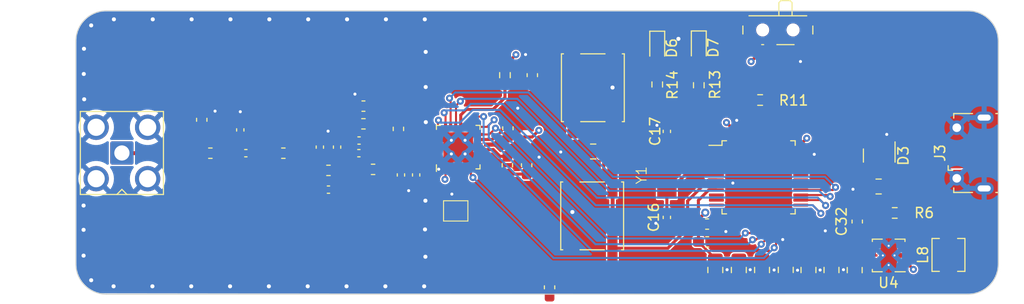
<source format=kicad_pcb>
(kicad_pcb (version 20221018) (generator pcbnew)
  (layers (0 "F.Cu" signal "F Sig") (1 "In1.Cu" power "GND") (2 "In2.Cu" power "3V3") (31 "B.Cu" signal "B Sig") (34 "B.Paste" user) (35 "F.Paste" user) (36 "B.SilkS" user "B.Silkscreen") (37 "F.SilkS" user "F.Silkscreen") (38 "B.Mask" user) (39 "F.Mask" user) (44 "Edge.Cuts" user))
  (net 0 "")
  (net 1 "GND")
  (net 2 "Net-(U1-NRESET)")
  (net 3 "Net-(U1-VREG)")
  (net 4 "+3V3")
  (net 5 "Net-(U1-VR_PA)")
  (net 6 "Net-(U1-RFO)")
  (net 7 "Net-(C10-Pad1)")
  (net 8 "/transceiver/RFI_N")
  (net 9 "/transceiver/RFI_P")
  (net 10 "Net-(C11-Pad2)")
  (net 11 "Net-(C13-Pad1)")
  (net 12 "Net-(C13-Pad2)")
  (net 13 "Net-(J1-In)")
  (net 14 "/OSC32_OUT")
  (net 15 "/OSC32_IN")
  (net 16 "/V_BUS")
  (net 17 "Net-(U4-EN)")
  (net 18 "/NRST")
  (net 19 "/USB_DP")
  (net 20 "/USB_DM")
  (net 21 "Net-(D6-A)")
  (net 22 "Net-(D7-A)")
  (net 23 "Net-(U1-DCC_SW)")
  (net 24 "Net-(U4-L2)")
  (net 25 "Net-(U4-L1)")
  (net 26 "/SW_BOOT0")
  (net 27 "/BOOT0")
  (net 28 "/LED_1")
  (net 29 "/LED_2")
  (net 30 "Net-(U1-XTA)")
  (net 31 "Net-(U1-XTB)")
  (net 32 "/DIO3_TRANS")
  (net 33 "/DIO2_TRANS")
  (net 34 "/DIO1_TRANS")
  (net 35 "/BUSY_TRANS")
  (net 36 "/SPI2_MISO_TRANS")
  (net 37 "/SPI2_MOSI_TRANS")
  (net 38 "/SPI2_SCK_TRANS")
  (net 39 "/SPI2_NSS_TRANS")
  (footprint "Capacitor_SMD:C_0603_1608Metric_Pad1.08x0.95mm_HandSolder" (layer "F.Cu") (at 157.28 101.83)
    (fp_text reference "C41" hide)
    (fp_text value "100nF" hide)
  )
  (footprint "Capacitor_SMD:C_0603_1608Metric_Pad1.08x0.95mm_HandSolder" (layer "F.Cu") (at 137.6175 90.60375 -90)
    (fp_text reference "C3" hide)
    (fp_text value "100nF" hide)
  )
  (footprint "Connector_Coaxial:SMA_Amphenol_901-143_Horizontal" (layer "F.Cu") (at 99.54 93.04625 90)
    (fp_text reference "J1" hide)
    (fp_text value "PCB.SMAFRA.HT" hide)
  )
  (footprint "Button_Switch_SMD:SW_SPST_EVQQ2" (layer "F.Cu") (at 146 86.6 90)
    (fp_text reference "SW4" hide)
    (fp_text value "SW_Push" hide)
  )
  (footprint "Inductor_SMD:L_0603_1608Metric_Pad1.05x0.95mm_HandSolder" (layer "F.Cu") (at 123.3675 90.16625 180)
    (fp_text reference "L4" hide)
    (fp_text value "DNP" hide)
  )
  (footprint "Package_QFP:LQFP-48_7x7mm_P0.5mm" (layer "F.Cu") (at 162.35 95.45)
    (fp_text reference "U6" hide)
    (fp_text value "STM32L052C8Tx" hide)
  )
  (footprint "LED_SMD:LED_0603_1608Metric_Pad1.05x0.95mm_HandSolder" (layer "F.Cu") (at 152.35 82.675 -90)
    (fp_text reference "D6")
    (fp_text value "LED" hide)
  )
  (footprint "Capacitor_SMD:C_0603_1608Metric_Pad1.08x0.95mm_HandSolder" (layer "F.Cu") (at 172.08 99.82 -90)
    (fp_text reference "C32")
    (fp_text value "0.1uF" hide)
  )
  (footprint "Capacitor_SMD:C_0805_2012Metric_Pad1.18x1.45mm_HandSolder" (layer "F.Cu") (at 174.19 96.36 180)
    (fp_text reference "C31" hide)
    (fp_text value "10uF" hide)
  )
  (footprint "Capacitor_SMD:C_0603_1608Metric_Pad1.08x0.95mm_HandSolder" (layer "F.Cu") (at 140.0275 85.35625 -90)
    (fp_text reference "C1" hide)
    (fp_text value "100nF" hide)
  )
  (footprint "Inductor_SMD:L_0603_1608Metric_Pad1.05x0.95mm_HandSolder" (layer "F.Cu") (at 126.8175 90.66625 -90)
    (fp_text reference "L3" hide)
    (fp_text value "9.5nH" hide)
  )
  (footprint "Capacitor_SMD:C_0402_1005Metric_Pad0.74x0.62mm_HandSolder" (layer "F.Cu") (at 122.9175 93.06625 180)
    (fp_text reference "C7" hide)
    (fp_text value "47pF" hide)
  )
  (footprint "Inductor_SMD:L_0603_1608Metric_Pad1.05x0.95mm_HandSolder" (layer "F.Cu") (at 115.4675 93.06625 180)
    (fp_text reference "L6" hide)
    (fp_text value "2.7nH" hide)
  )
  (footprint "Button_Switch_SMD:SW_SPDT_PCM12" (layer "F.Cu") (at 164.25 81.22 180)
    (fp_text reference "SW3" hide)
    (fp_text value "SW_SPDT" hide)
  )
  (footprint "Capacitor_SMD:C_0402_1005Metric_Pad0.74x0.62mm_HandSolder" (layer "F.Cu") (at 153.3 90.9125 90)
    (fp_text reference "C17")
    (fp_text value "4pF" hide)
  )
  (footprint "custom:NX2016SA-32M-EXS00A-CS06465" (layer "F.Cu") (at 132.47 98.77 180)
    (fp_text reference "Y3" hide)
    (fp_text value "NX2016SA-32M-EXS00A-CS06465" hide)
  )
  (footprint "Package_SON:Texas_DRC0010J_ThermalVias" (layer "F.Cu") (at 175.18 103.17 180)
    (fp_text reference "U4")
    (fp_text value "TPS63001" hide)
  )
  (footprint "Capacitor_SMD:C_0603_1608Metric_Pad1.08x0.95mm_HandSolder" (layer "F.Cu") (at 139.4675 94.25375 90)
    (fp_text reference "C2" hide)
    (fp_text value "470nF" hide)
  )
  (footprint "Capacitor_SMD:C_0402_1005Metric_Pad0.74x0.62mm_HandSolder" (layer "F.Cu") (at 119.0675 92.46625 90)
    (fp_text reference "C12" hide)
    (fp_text value "5.6pF" hide)
  )
  (footprint "Capacitor_SMD:C_0805_2012Metric_Pad1.18x1.45mm_HandSolder" (layer "F.Cu") (at 160.4 104.61 -90)
    (fp_text reference "C39" hide)
    (fp_text value "100nF" hide)
  )
  (footprint "Resistor_SMD:R_0603_1608Metric_Pad0.98x0.95mm_HandSolder" (layer "F.Cu") (at 137.3275 85.35625 -90)
    (fp_text reference "R1" hide)
    (fp_text value "1k" hide)
  )
  (footprint "Inductor_SMD:L_0603_1608Metric_Pad1.05x0.95mm_HandSolder" (layer "F.Cu") (at 119.9175 94.76625 180)
    (fp_text reference "L5" hide)
    (fp_text value "2.7nH" hide)
  )
  (footprint "LED_SMD:LED_0603_1608Metric_Pad1.05x0.95mm_HandSolder" (layer "F.Cu") (at 156.45 82.65 -90)
    (fp_text reference "D7")
    (fp_text value "LED" hide)
  )
  (footprint "Capacitor_SMD:C_0603_1608Metric_Pad1.08x0.95mm_HandSolder" (layer "F.Cu") (at 141.73 106.32 -90)
    (fp_text reference "C4" hide)
    (fp_text value "1uF" hide)
  )
  (footprint "Capacitor_SMD:C_0805_2012Metric_Pad1.18x1.45mm_HandSolder" (layer "F.Cu") (at 165.03 104.6 -90)
    (fp_text reference "C36" hide)
    (fp_text value "100nF" hide)
  )
  (footprint "Capacitor_SMD:C_0805_2012Metric_Pad1.18x1.45mm_HandSolder" (layer "F.Cu") (at 171.83 104.62 -90)
    (fp_text reference "C33" hide)
    (fp_text value "10uF" hide)
  )
  (footprint "Capacitor_SMD:C_0402_1005Metric_Pad0.74x0.62mm_HandSolder" (layer "F.Cu") (at 128.5675 95.21625 -90)
    (fp_text reference "C5" hide)
    (fp_text value "47nF" hide)
  )
  (footprint "Capacitor_SMD:C_0805_2012Metric_Pad1.18x1.45mm_HandSolder" (layer "F.Cu") (at 169.54 104.61 -90)
    (fp_text reference "C34" hide)
    (fp_text value "10uF" hide)
  )
  (footprint "Capacitor_SMD:C_0805_2012Metric_Pad1.18x1.45mm_HandSolder" (layer "F.Cu") (at 146.0325 92.9 180)
    (fp_text reference "C38" hide)
    (fp_text value "100nF" hide)
  )
  (footprint "Resistor_SMD:R_0603_1608Metric" (layer "F.Cu") (at 175.78 98.97 180)
    (fp_text reference "R6")
    (fp_text value "100" hide)
  )
  (footprint "Capacitor_SMD:C_0402_1005Metric_Pad0.74x0.62mm_HandSolder" (layer "F.Cu") (at 153.3 99.4125 -90)
    (fp_text reference "C16")
    (fp_text value "4pF" hide)
  )
  (footprint "Inductor_SMD:L_0603_1608Metric_Pad1.05x0.95mm_HandSolder" (layer "F.Cu") (at 124.3175 94.66625 180)
    (fp_text reference "L2" hide)
    (fp_text value "4.7nH" hide)
  )
  (footprint "Capacitor_SMD:C_0603_1608Metric_Pad1.08x0.95mm_HandSolder" (layer "F.Cu") (at 157.2725 100.07)
    (fp_text reference "C42" hide)
    (fp_text value "1uF" hide)
  )
  (footprint "Inductor_SMD:L_Vishay_IHLP-1212" (layer "F.Cu") (at 181.08 103.12 90)
    (fp_text reference "L8")
    (fp_text value "2.2uH" hide)
  )
  (footprint "Capacitor_SMD:C_0402_1005Metric_Pad0.74x0.62mm_HandSolder" (layer "F.Cu") (at 127.0675 95.21625 -90)
    (fp_text reference "C6" hide)
    (fp_text value "47pF" hide)
  )
  (footprint "custom:QT3CD-32.768KEZY-T" (layer "F.Cu") (at 153.3 95.2125 -90)
    (fp_text reference "Y1")
    (fp_text value "QT3CD-32.768KEZY-T" hide)
  )
  (footprint "Inductor_SMD:L_0603_1608Metric_Pad1.05x0.95mm_HandSolder" (layer "F.Cu") (at 108.2675 93.06625 180)
    (fp_text reference "L7" hide)
    (fp_text value "8.2nH" hide)
  )
  (footprint "Resistor_SMD:R_0603_1608Metric_Pad0.98x0.95mm_HandSolder" (layer "F.Cu") (at 152.35 86.275 90)
    (fp_text reference "R14")
    (fp_text value "1k" hide)
  )
  (footprint "Capacitor_SMD:C_0402_1005Metric_Pad0.74x0.62mm_HandSolder" (layer "F.Cu") (at 111.7675 93.06625 180)
    (fp_text reference "C13" hide)
    (fp_text value "47pF" hide)
  )
  (footprint "Connector_USB:USB_Micro-B_Molex-105017-0001" (layer "F.Cu") (at 183.3625 93.05 90)
    (fp_text reference "J3")
    (fp_text value "USB_B_Micro")
  )
  (footprint "Button_Switch_SMD:SW_SPST_EVQQ2" (layer "F.Cu") (at 145.93 99.26 90)
    (fp_text reference "SW2" hide)
    (fp_text value "SW_Push" hide)
  )
  (footprint "Capacitor_SMD:C_0603_1608Metric_Pad1.08x0.95mm_HandSolder" (layer "F.Cu") (at 123.3675 88.41625 180)
    (fp_text reference "C9" hide)
    (fp_text value "3.9pF" hide)
  )
  (footprint "Capacitor_SMD:C_0805_2012Metric_Pad1.18x1.45mm_HandSolder" (layer "F.Cu") (at 167.27 104.61 -90)
    (fp_text reference "C35" hide)
    (fp_text value "10uF" hide)
  )
  (footprint "Resistor_SMD:R_0603_1608Metric" (layer "F.Cu") (at 162.5 87.8125 180)
    (fp_text reference "R11")
    (fp_text value "10k" hide)
  )
  (footprint "Capacitor_SMD:C_0805_2012Metric_Pad1.18x1.45mm_HandSolder" (layer "F.Cu") (at 162.69 104.61 -90)
    (fp_text reference "C37" hide)
    (fp_text value "100nF" hide)
  )
  (footprint "Capacitor_SMD:C_0402_1005Metric_Pad0.74x0.62mm_HandSolder" (layer "F.Cu") (at 120.7675 92.46625 90)
    (fp_text reference "C10" hide)
    (fp_text value "DNP" hide)
  )
  (footprint "Capacitor_SMD:C_0402_1005Metric_Pad0.74x0.62mm_HandSolder" (layer "F.Cu") (at 119.9175 96.66625 180)
    (fp_text reference "C11" hide)
    (fp_text value "3pF" hide)
  )
  (footprint "Capacitor_SMD:C_0805_2012Metric_Pad1.18x1.45mm_HandSolder" (layer "F.Cu") (at 158.08 104.61 -90)
    (fp_text reference "C40" hide)
    (fp_text value "100nF" hide)
  )
  (footprint "Capacitor_SMD:C_0402_1005Metric_Pad0.74x0.62mm_HandSolder" (layer "F.Cu") (at 122.935 91.81625 180)
    (fp_text reference "C8" hide)
    (fp_text value "4pF" hide)
  )
  (footprint "Inductor_SMD:L_0603_1608Metric_Pad1.05x0.95mm_HandSolder" (layer "F.Cu") (at 137.5675 94.25375 90)
    (fp_text reference "L1" hide)
    (fp_text value "15nH" hide)
  )
  (footprint "Package_TO_SOT_SMD:SOT-143" (layer "F.Cu") (at 174.25 93.3 -90)
    (fp_text reference "D3")
    (fp_text value "PRTR5V0U2X" hide)
  )
  (footprint "Capacitor_SMD:C_0603_1608Metric_Pad1.08x0.95mm_HandSolder" (layer "F.Cu") (at 107.4175 89.76625 90)
    (fp_text reference "C15" hide)
    (fp_text value "3.3pF" hide)
  )
  (footprint "Resistor_SMD:R_0603_1608Metric_Pad0.98x0.95mm_HandSolder" (layer "F.Cu") (at 156.45 86.35 90)
    (fp_text reference "R13")
    (fp_text value "1k" hide)
  )
  (footprint "Capacitor_SMD:C_0402_1005Metric_Pad0.74x0.62mm_HandSolder" (layer "F.Cu") (at 111.2175 90.76625 90)
    (fp_text reference "C14" hide)
    (fp_text value "5.6pF" hide)
  )
  (footprint "custom:SX1262" (layer "F.Cu") (at 132.7175 92.46625 90)
    (fp_text reference "U1" hide)
    (fp_text value "SX1262" hide)
  )
  (gr_arc (start 183 79) (mid 185.12132 79.87868) (end 186 82) (stroke (width 0.1)) (layer "Edge.Cuts"))
  (gr_line (start 186 82) (end 186 104) (stroke (width 0.1)) (layer "Edge.Cuts"))
  (gr_arc (start 186 104) (mid 185.12132 106.12132) (end 183 107) (stroke (width 0.1)) (layer "Edge.Cuts"))
  (gr_line (start 183 107) (end 98 107) (stroke (width 0.1)) (layer "Edge.Cuts"))
  (gr_line (start 98 79) (end 183 79) (stroke (width 0.1)) (layer "Edge.Cuts"))
  (gr_arc (start 98 107) (mid 95.87868 106.12132) (end 95 104) (stroke (width 0.1)) (layer "Edge.Cuts"))
  (gr_line (start 95 104) (end 95 82) (stroke (width 0.1)) (layer "Edge.Cuts"))
  (gr_arc (start 95 82) (mid 95.87868 79.87868) (end 98 79) (stroke (width 0.1)) (layer "Edge.Cuts"))
  (segment (start 130.7175 91.71625) (end 131.9675 91.71625) (width 0.2) (layer "F.Cu") (net 1))
  (segment (start 122.505 87.255) (end 122.53 87.23) (width 0.3) (layer "F.Cu") (net 1))
  (segment (start 119.88 91.01125) (end 120.7675 91.89875) (width 0.3) (layer "F.Cu") (net 1))
  (segment (start 174.105 103.67) (end 174.605 103.17) (width 0.2) (layer "F.Cu") (net 1))
  (segment (start 119.88 90.89) (end 119.88 91.08625) (width 0.3) (layer "F.Cu") (net 1))
  (segment (start 173.78 103.67) (end 174.105 103.67) (width 0.2) (layer "F.Cu") (net 1))
  (segment (start 111.2175 90.19875) (end 111.2175 88.9725) (width 0.3) (layer "F.Cu") (net 1))
  (segment (start 131.9675 91.71625) (end 132.0425 91.79125) (width 0.2) (layer "F.Cu") (net 1))
  (segment (start 127.83 96.52125) (end 128.5675 95.78375) (width 0.3) (layer "F.Cu") (net 1))
  (segment (start 127.83 96.77) (end 127.83 96.54625) (width 0.3) (layer "F.Cu") (net 1))
  (segment (start 111.2175 88.9725) (end 111.22 88.97) (width 0.3) (layer "F.Cu") (net 1))
  (segment (start 107.4175 88.90375) (end 108.72375 88.90375) (width 0.3) (layer "F.Cu") (net 1))
  (segment (start 176.58 103.17) (end 175.755 103.17) (width 0.2) (layer "F.Cu") (net 1))
  (segment (start 127.83 96.54625) (end 127.0675 95.78375) (width 0.3) (layer "F.Cu") (net 1))
  (segment (start 108.72375 88.90375) (end 108.73 88.91) (width 0.3) (layer "F.Cu") (net 1))
  (segment (start 127.83 96.77) (end 127.83 96.52125) (width 0.3) (layer "F.Cu") (net 1))
  (segment (start 122.505 88.41625) (end 122.505 87.255) (width 0.3) (layer "F.Cu") (net 1))
  (segment (start 119.88 91.08625) (end 119.0675 91.89875) (width 0.3) (layer "F.Cu") (net 1))
  (segment (start 119.88 90.89) (end 119.88 91.01125) (width 0.3) (layer "F.Cu") (net 1))
  (via (at 125.53 106.22) (size 0.8) (drill 0.4) (layers "F.Cu" "B.Cu") (net 1))
  (via (at 106.38 106.22) (size 0.8) (drill 0.4) (layers "F.Cu" "B.Cu") (net 1))
  (via (at 174.99 91.21) (size 0.7) (drill 0.3) (layers "F.Cu" "B.Cu") (net 1))
  (via (at 129.44 100.6) (size 0.8) (drill 0.4) (layers "F.Cu" "B.Cu") (net 1))
  (via (at 127.83 96.77) (size 0.7) (drill 0.3) (layers "F.Cu" "B.Cu") (net 1))
  (via (at 110.21 106.22) (size 0.8) (drill 0.4) (layers "F.Cu" "B.Cu") (net 1))
  (via (at 117.87 106.22) (size 0.8) (drill 0.4) (layers "F.Cu" "B.Cu") (net 1))
  (via (at 129.52 90) (size 0.8) (drill 0.4) (layers "F.Cu" "B.Cu") (net 1))
  (via (at 166.48 84.01) (size 0.7) (drill 0.3) (layers "F.Cu" "B.Cu") (net 1))
  (via (at 160.19 89.82) (size 0.7) (drill 0.3) (layers "F.Cu" "B.Cu") (net 1))
  (via (at 147.94 86.58) (size 0.8) (drill 0.4) (layers "F.Cu" "B.Cu") (net 1))
  (via (at 122.53 87.23) (size 0.7) (drill 0.3) (layers "F.Cu" "B.Cu") (net 1))
  (via (at 129.48 97.76) (size 0.8) (drill 0.4) (layers "F.Cu" "B.Cu") (net 1))
  (via (at 98.72 106.22) (size 0.8) (drill 0.4) (layers "F.Cu" "B.Cu") (net 1))
  (via (at 121.7525 79.84) (size 0.8) (drill 0.4) (layers "F.Cu" "B.Cu") (net 1))
  (via (at 129.48 103.3) (size 0.8) (drill 0.4) (layers "F.Cu" "B.Cu") (net 1))
  (via (at 130.793933 94.65) (size 0.7) (drill 0.3) (layers "F.Cu" "B.Cu") (net 1))
  (via (at 161.52 104.58) (size 0.7) (drill 0.3) (layers "F.Cu" "B.Cu") (net 1))
  (via (at 95.8 82.75) (size 0.8) (drill 0.4) (layers "F.Cu" "B.Cu") (net 1))
  (via (at 96.51 105.62) (size 0.8) (drill 0.4) (layers "F.Cu" "B.Cu") (net 1))
  (via (at 121.7 106.22) (size 0.8) (drill 0.4) (layers "F.Cu" "B.Cu") (net 1))
  (via (at 119.88 90.89) (size 0.7) (drill 0.3) (layers "F.Cu" "B.Cu") (net 1))
  (via (at 154.44 81.77) (size 0.8) (drill 0.4) (layers "F.Cu" "B.Cu") (net 1))
  (via (at 171.66 96.63) (size 0.7) (drill 0.3) (layers "F.Cu" "B.Cu") (net 1))
  (via (at 129.51 83.06) (size 0.8) (drill 0.4) (layers "F.Cu" "B.Cu") (net 1))
  (via (at 102.55 106.22) (size 0.8) (drill 0.4) (layers "F.Cu" "B.Cu") (net 1))
  (via (at 106.4175 79.84) (size 0.8) (drill 0.4) (layers "F.Cu" "B.Cu") (net 1))
  (via (at 125.58625 79.84) (size 0.8) (drill 0.4) (layers "F.Cu" "B.Cu") (net 1))
  (via (at 164.73 101.6) (size 0.7) (drill 0.3) (layers "F.Cu" "B.Cu") (net 1))
  (via (at 143.98 98.88) (size 0.8) (drill 0.4) (layers "F.Cu" "B.Cu") (net 1))
  (via (at 95.82 87.74) (size 0.8) (drill 0.4) (layers "F.Cu" "B.Cu") (net 1))
  (via (at 159.12 100.81) (size 0.7) (drill 0.3) (layers "F.Cu" "B.Cu") (net 1))
  (via (at 117.91875 79.84) (size 0.8) (drill 0.4) (layers "F.Cu" "B.Cu") (net 1))
  (via (at 110.25125 79.84) (size 0.8) (drill 0.4) (layers "F.Cu" "B.Cu") (net 1))
  (via (at 132.09 97.11) (size 0.7) (drill 0.3) (layers "F.Cu" "B.Cu") (net 1))
  (via (at 152.32 90.31) (size 0.7) (drill 0.3) (layers "F.Cu" "B.Cu") (net 1))
  (via (at 129.51 86.53) (size 0.8) (drill 0.4) (layers "F.Cu" "B.Cu") (net 1))
  (via (at 168.42 104.61) (size 0.7) (drill 0.3) (layers "F.Cu" "B.Cu") (net 1))
  (via (at 140.69316 93.45684) (size 0.7) (drill 0.3) (layers "F.Cu" "B.Cu") (net 1))
  (via (at 138.59 88.62) (size 0.7) (drill 0.3) (layers "F.Cu" "B.Cu") (net 1))
  (via (at 159.24 104.58) (size 0.7) (drill 0.3) (layers "F.Cu" "B.Cu") (net 1))
  (via (at 129.36 106.22) (size 0.8) (drill 0.4) (layers "F.Cu" "B.Cu") (net 1))
  (via (at 129.42 79.84) (size 0.8) (drill 0.4) (layers "F.Cu" "B.Cu") (net 1))
  (via (at 108.73 88.91) (size 0.7) (drill 0.3) (layers "F.Cu" "B.Cu") (net 1))
  (via (at 142.83 92.95) (size 0.7) (drill 0.3) (layers "F.Cu" "B.Cu") (net 1))
  (via (at 95.76 103.19) (size 0.8) (drill 0.4) (layers "F.Cu" "B.Cu") (net 1))
  (via (at 159.81 96.02) (size 0.7) (drill 0.3) (layers "F.Cu" "B.Cu") (net 1))
  (via (at 167.84 93.18) (size 0.7) (drill 0.3) (layers "F.Cu" "B.Cu") (net 1))
  (via (at 95.76 100.64) (size 0.8) (drill 0.4) (layers "F.Cu" "B.Cu") (net 1))
  (via (at 152.21 99.99) (size 0.7) (drill 0.3) (layers "F.Cu" "B.Cu") (net 1))
  (via (at 114.085 79.84) (size 0.8) (drill 0.4) (layers "F.Cu" "B.Cu") (net 1))
  (via (at 102.58375 79.84) (size 0.8) (drill 0.4) (layers "F.Cu" "B.Cu") (net 1))
  (via (at 111.22 88.97) (size 0.7) (drill 0.3) (layers "F.Cu" "B.Cu") (net 1))
  (via (at 170.72 104.58) (size 0.7) (drill 0.3) (layers "F.Cu" "B.Cu") (net 1))
  (via (at 98.75 79.84) (size 0.8) (drill 0.4) (layers "F.Cu" "B.Cu") (net 1))
  (via (at 114.04 106.22) (size 0.8) (drill 0.4) (layers "F.Cu" "B.Cu") (net 1))
  (via (at 95.76 98.24) (size 0.8) (drill 0.4) (layers "F.Cu" "B.Cu") (net 1))
  (via (at 168.93 100.74) (size 0.7) (drill 0.3) (layers "F.Cu" "B.Cu") (net 1))
  (via (at 163.88 104.61) (size 0.7) (drill 0.3) (layers "F.Cu" "B.Cu") (net 1))
  (via (at 96.51 80.44) (size 0.8) (drill 0.4) (layers "F.Cu" "B.Cu") (net 1))
  (via (at 166.19 104.63) (size 0.7) (drill 0.3) (layers "F.Cu" "B.Cu") (net 1))
  (via (at 139.36 83.32) (size 0.7) (drill 0.3) (layers "F.Cu" "B.Cu") (net 1))
  (via (at 95.78 85.24) (size 0.8) (drill 0.4) (layers "F.Cu" "B.Cu") (net 1))
  (segment (start 136.16 88.74) (end 133.52 88.74) (width 0.3) (layer "F.Cu") (net 2))
  (segment (start 144 90) (end 144 83.2) (width 0.381242) (layer "F.Cu") (net 2))
  (segment (start 137.3275 86.26875) (end 139.9775 86.26875) (width 0.3) (layer "F.Cu") (net 2))
  (segment (start 143.66875 82.86875) (end 144 83.2) (width 0.3) (layer "F.Cu") (net 2))
  (segment (start 132.9675 89.2925) (end 132.9675 90.46625) (width 0.3) (layer "F.Cu") (net 2))
  (segment (start 137.3275 86.26875) (end 137.3275 87.5725) (width 0.3) (layer "F.Cu") (net 2))
  (segment (start 137.3275 87.5725) (end 136.16 88.74) (width 0.3) (layer "F.Cu") (net 2))
  (segment (start 133.52 88.74) (end 132.9675 89.2925) (width 0.3) (layer "F.Cu") (net 2))
  (segment (start 140.98125 86.21875) (end 144 83.2) (width 0.3) (layer "F.Cu") (net 2))
  (segment (start 139.9775 86.26875) (end 140.0275 86.21875) (width 0.3) (layer "F.Cu") (net 2))
  (segment (start 140.0275 86.21875) (end 140.98125 86.21875) (width 0.3) (layer "F.Cu") (net 2))
  (segment (start 135.5375 93.71625) (end 136.95 95.12875) (width 0.3) (layer "F.Cu") (net 3))
  (segment (start 136.95 95.12875) (end 137.5675 95.12875) (width 0.3) (layer "F.Cu") (net 3))
  (segment (start 134.7175 93.71625) (end 135.5375 93.71625) (width 0.3) (layer "F.Cu") (net 3))
  (segment (start 137.5675 95.12875) (end 139.455 95.12875) (width 0.3) (layer "F.Cu") (net 3))
  (segment (start 176.58 104.17) (end 177.24 104.17) (width 0.3) (layer "F.Cu") (net 4))
  (segment (start 139.4675 91.46625) (end 137.6175 91.46625) (width 0.3) (layer "F.Cu") (net 4))
  (segment (start 156.4175 100.0775) (end 156.4175 101.83) (width 0.3) (layer "F.Cu") (net 4))
  (segment (start 134.7175 92.21625) (end 134.7175 91.71625) (width 0.3) (layer "F.Cu") (net 4))
  (segment (start 140.01375 91.46625) (end 140.67 90.81) (width 0.3) (layer "F.Cu") (net 4))
  (segment (start 139.4675 91.46625) (end 140.01375 91.46625) (width 0.3) (layer "F.Cu") (net 4))
  (segment (start 158.09 103.5625) (end 158.08 103.5725) (width 0.25) (layer "F.Cu") (net 4))
  (segment (start 165.03 103.5625) (end 171.81 103.5625) (width 0.25) (layer "F.Cu") (net 4))
  (segment (start 131.41 95.65) (end 131.4675 95.5925) (width 0.2) (layer "F.Cu") (net 4))
  (segment (start 159.6 90.46) (end 159.18 90.04) (width 0.3) (layer "F.Cu") (net 4))
  (segment (start 173.78 104.17) (end 172.4175 104.17) (width 0.25) (layer "F.Cu") (net 4))
  (segment (start 137.3275 84.4125) (end 137.3275 84.44375) (width 0.3) (layer "F.Cu") (net 4))
  (segment (start 166.5125 92.1775) (end 167.1 91.59) (width 0.3) (layer "F.Cu") (net 4))
  (segment (start 157.43381 96.7) (end 156.41 97.72381) (width 0.3) (layer "F.Cu") (net 4))
  (segment (start 172.4175 104.17) (end 171.83 103.5825) (width 0.25) (layer "F.Cu") (net 4))
  (segment (start 158.1875 92.7) (end 159.6 91.2875) (width 0.3) (layer "F.Cu") (net 4))
  (segment (start 156.41 100.07) (end 156.41 99.62) (width 0.3) (layer "F.Cu") (net 4))
  (segment (start 159.6 91.2875) (end 159.6 90.46) (width 0.3) (layer "F.Cu") (net 4))
  (segment (start 165.48 103.1125) (end 165.03 103.5625) (width 0.25) (layer "F.Cu") (net 4))
  (segment (start 171.81 103.5625) (end 171.83 103.5825) (width 0.25) (layer "F.Cu") (net 4))
  (segment (start 158.08 103.4925) (end 156.4175 101.83) (width 0.25) (layer "F.Cu") (net 4))
  (segment (start 166.5125 92.7) (end 166.5125 92.1775) (width 0.3) (layer "F.Cu") (net 4))
  (segment (start 131.4675 95.5925) (end 131.4675 94.46625) (width 0.2) (layer "F.Cu") (net 4))
  (segment (start 137.6175 91.46625) (end 136.3175 91.46625) (width 0.3) (layer "F.Cu") (net 4))
  (segment (start 177.24 104.17) (end 177.62 104.55) (width 0.3) (layer "F.Cu") (net 4))
  (segment (start 138.41 83.33) (end 137.3275 84.4125) (width 0.3) (layer "F.Cu") (net 4))
  (segment (start 156.41 100.07) (end 156.4175 100.0775) (width 0.3) (layer "F.Cu") (net 4))
  (segment (start 165.1 99.6125) (end 165.48 99.9925) (width 0.25) (layer "F.Cu") (net 4))
  (segment (start 165.03 103.5625) (end 158.09 103.5625) (width 0.25) (layer "F.Cu") (net 4))
  (segment (start 158.1875 96.7) (end 157.43381 96.7) (width 0.3) (layer "F.Cu") (net 4))
  (segment (start 162 83.62) (end 161.61 84.01) (width 0.3) (layer "F.Cu") (net 4))
  (segment (start 162 82.65) (end 162 83.62) (width 0.3) (layer "F.Cu") (net 4))
  (segment (start 136.3175 91.46625) (end 136.0675 91.71625) (width 0.3) (layer "F.Cu") (net 4))
  (segment (start 136.0675 91.71625) (end 134.7175 91.71625) (width 0.3) (layer "F.Cu") (net 4))
  (segment (start 165.48 99.9925) (end 165.48 103.1125) (width 0.25) (layer "F.Cu") (net 4))
  (segment (start 156.41 99.62) (end 157.09 98.94) (width 0.3) (layer "F.Cu") (net 4))
  (segment (start 158.08 103.5725) (end 158.08 103.4925) (width 0.25) (layer "F.Cu") (net 4))
  (segment (start 156.41 97.72381) (end 156.41 100.07) (width 0.3) (layer "F.Cu") (net 4))
  (via (at 167.1 91.59) (size 0.7) (drill 0.3) (layers "F.Cu" "B.Cu") (net 4))
  (via (at 161.61 84.01) (size 0.7) (drill 0.3) (layers "F.Cu" "B.Cu") (net 4))
  (via (at 131.41 95.65) (size 0.7) (drill 0.3) (layers "F.Cu" "B.Cu") (net 4))
  (via (at 177.62 104.55) (size 0.7) (drill 0.3) (layers "F.Cu" "B.Cu") (net 4))
  (via (at 138.41 83.33) (size 0.7) (drill 0.3) (layers "F.Cu" "B.Cu") (net 4))
  (via (at 140.67 90.81) (size 0.7) (drill 0.3) (layers "F.Cu" "B.Cu") (net 4))
  (via (at 157.09 98.94) (size 0.8) (drill 0.4) (layers "F.Cu" "B.Cu") (net 4))
  (via (at 159.18 90.04) (size 0.7) (drill 0.3) (layers "F.Cu" "B.Cu") (net 4))
  (segment (start 128.5675 94.64875) (end 127.0675 94.64875) (width 0.381242) (layer "F.Cu") (net 5))
  (segment (start 125.21 94.64875) (end 125.1925 94.66625) (width 0.381242) (layer "F.Cu") (net 5))
  (segment (start 127.0675 94.64875) (end 125.21 94.64875) (width 0.381242) (layer "F.Cu") (net 5))
  (segment (start 129.785 94.64875) (end 128.5675 94.64875) (width 0.3) (layer "F.Cu") (net 5))
  (segment (start 130.7175 93.71625) (end 129.785 94.64875) (width 0.3) (layer "F.Cu") (net 5))
  (segment (start 123.4425 93.10875) (end 123.485 93.06625) (width 0.381242) (layer "F.Cu") (net 6))
  (segment (start 130.7175 93.21625) (end 123.635 93.21625) (width 0.381242) (layer "F.Cu") (net 6))
  (segment (start 123.635 93.21625) (end 123.485 93.06625) (width 0.381242) (layer "F.Cu") (net 6))
  (segment (start 123.4425 94.66625) (end 123.4425 93.10875) (width 0.381242) (layer "F.Cu") (net 6))
  (segment (start 122.4925 90.16625) (end 122.4925 91.69125) (width 0.381242) (layer "F.Cu") (net 7))
  (segment (start 122.35 91.83375) (end 122.3675 91.81625) (width 0.381242) (layer "F.Cu") (net 7))
  (segment (start 120.7925 93.05875) (end 120.7675 93.03375) (width 0.381242) (layer "F.Cu") (net 7))
  (segment (start 122.4925 91.69125) (end 122.3675 91.81625) (width 0.381242) (layer "F.Cu") (net 7))
  (segment (start 120.7925 94.76625) (end 120.7925 93.05875) (width 0.381242) (layer "F.Cu") (net 7))
  (segment (start 120.485 95.07375) (end 120.7925 94.76625) (width 0.381242) (layer "F.Cu") (net 7))
  (segment (start 120.485 96.66625) (end 120.485 95.07375) (width 0.381242) (layer "F.Cu") (net 7))
  (segment (start 122.35 93.06625) (end 120.8 93.06625) (width 0.381242) (layer "F.Cu") (net 7))
  (segment (start 122.35 93.06625) (end 122.35 91.83375) (width 0.381242) (layer "F.Cu") (net 7))
  (segment (start 120.8 93.06625) (end 120.7675 93.03375) (width 0.381242) (layer "F.Cu") (net 7))
  (segment (start 129.176814 92.71625) (end 128.001814 91.54125) (width 0.3) (layer "F.Cu") (net 8))
  (segment (start 123.5025 91.81625) (end 126.5425 91.81625) (width 0.381242) (layer "F.Cu") (net 8))
  (segment (start 126.5425 91.81625) (end 126.8175 91.54125) (width 0.381242) (layer "F.Cu") (net 8))
  (segment (start 128.001814 91.54125) (end 126.8175 91.54125) (width 0.3) (layer "F.Cu") (net 8))
  (segment (start 130.7175 92.71625) (end 129.176814 92.71625) (width 0.3) (layer "F.Cu") (net 8))
  (segment (start 124.2425 90.16625) (end 124.2425 88.42875) (width 0.381242) (layer "F.Cu") (net 9))
  (segment (start 124.2425 90.16625) (end 126.4425 90.16625) (width 0.381242) (layer "F.Cu") (net 9))
  (segment (start 130.7175 92.21625) (end 130.117499 92.21625) (width 0.3) (layer "F.Cu") (net 9))
  (segment (start 124.2425 88.42875) (end 124.23 88.41625) (width 0.381242) (layer "F.Cu") (net 9))
  (segment (start 128.981249 91.08) (end 128.10625 91.08) (width 0.3) (layer "F.Cu") (net 9))
  (segment (start 126.4425 90.16625) (end 126.8175 89.79125) (width 0.381242) (layer "F.Cu") (net 9))
  (segment (start 128.10625 91.08) (end 126.8175 89.79125) (width 0.3) (layer "F.Cu") (net 9))
  (segment (start 130.117499 92.21625) (end 128.981249 91.08) (width 0.3) (layer "F.Cu") (net 9))
  (segment (start 119.0425 94.76625) (end 119.0425 93.05875) (width 0.381242) (layer "F.Cu") (net 10))
  (segment (start 119.0425 93.05875) (end 119.0675 93.03375) (width 0.381242) (layer "F.Cu") (net 10))
  (segment (start 116.375 93.03375) (end 116.3425 93.06625) (width 0.381242) (layer "F.Cu") (net 10))
  (segment (start 119.35 95.07375) (end 119.0425 94.76625) (width 0.381242) (layer "F.Cu") (net 10))
  (segment (start 119.35 96.66625) (end 119.35 95.07375) (width 0.381242) (layer "F.Cu") (net 10))
  (segment (start 119.0675 93.03375) (end 116.375 93.03375) (width 0.381242) (layer "F.Cu") (net 10))
  (segment (start 114.5925 93.06625) (end 112.335 93.06625) (width 0.381242) (layer "F.Cu") (net 11))
  (segment (start 111.2 91.35125) (end 111.2175 91.33375) (width 0.381242) (layer "F.Cu") (net 12))
  (segment (start 111.2 93.06625) (end 111.2 91.35125) (width 0.381242) (layer "F.Cu") (net 12))
  (segment (start 111.2 93.06625) (end 109.1425 93.06625) (width 0.381242) (layer "F.Cu") (net 12))
  (segment (start 99.56 93.06625) (end 99.54 93.04625) (width 0.381242) (layer "F.Cu") (net 13))
  (segment (start 107.3925 93.06625) (end 99.56 93.06625) (width 0.381242) (layer "F.Cu") (net 13))
  (segment (start 107.3925 93.06625) (end 107.3925 90.65375) (width 0.381242) (layer "F.Cu") (net 13))
  (segment (start 107.3925 90.65375) (end 107.4175 90.62875) (width 0.381242) (layer "F.Cu") (net 13))
  (segment (start 100.3575 93.06625) (end 100.3375 93.04625) (width 0.381242) (layer "F.Cu") (net 13))
  (segment (start 153.3 97.0125) (end 155.1125 95.2) (width 0.3) (layer "F.Cu") (net 14))
  (segment (start 153.3 98.845) (end 153.3 97.0125) (width 0.3) (layer "F.Cu") (net 14))
  (segment (start 155.1125 95.2) (end 158.1875 95.2) (width 0.3) (layer "F.Cu") (net 14))
  (segment (start 154.5875 94.7) (end 153.3 93.4125) (width 0.3) (layer "F.Cu") (net 15))
  (segment (start 158.1875 94.7) (end 154.5875 94.7) (width 0.3) (layer "F.Cu") (net 15))
  (segment (start 153.3 93.4125) (end 153.3 91.48) (width 0.3) (layer "F.Cu") (net 15))
  (segment (start 175.2275 96.36) (end 175.2275 95.94) (width 0.25) (layer "F.Cu") (net 16))
  (segment (start 175.2275 95.94) (end 175.2 95.9125) (width 0.25) (layer "F.Cu") (net 16))
  (segment (start 175.265 94.365) (end 182.25 94.365) (width 0.4) (layer "F.Cu") (net 16))
  (segment (start 176.6425 98.9325) (end 176.605 98.97) (width 0.5) (layer "F.Cu") (net 16))
  (segment (start 175.2 94.3) (end 175.265 94.365) (width 0.5) (layer "F.Cu") (net 16))
  (segment (start 176.605 97.7375) (end 175.2275 96.36) (width 0.4) (layer "F.Cu") (net 16))
  (segment (start 175.2 94.3) (end 175.2 95.9125) (width 0.4) (layer "F.Cu") (net 16))
  (segment (start 176.605 98.97) (end 176.605 97.7375) (width 0.4) (layer "F.Cu") (net 16))
  (segment (start 176.605 98.97) (end 176.605 102.135) (width 0.4) (layer "F.Cu") (net 16))
  (segment (start 174.955 99.545) (end 174.1925 100.3075) (width 0.3) (layer "F.Cu") (net 17))
  (segment (start 173.78 103.17) (end 173.78 102.17) (width 0.3) (layer "F.Cu") (net 17))
  (segment (start 173.78 100.72) (end 174.1925 100.3075) (width 0.3) (layer "F.Cu") (net 17))
  (segment (start 172.0925 98.97) (end 172.08 98.9575) (width 0.3) (layer "F.Cu") (net 17))
  (segment (start 173.78 102.17) (end 173.78 100.72) (width 0.3) (layer "F.Cu") (net 17))
  (segment (start 174.955 98.97) (end 172.0925 98.97) (width 0.3) (layer "F.Cu") (net 17))
  (segment (start 174.955 98.97) (end 174.955 99.545) (width 0.3) (layer "F.Cu") (net 17))
  (segment (start 147.07 94.77) (end 147.95 95.65) (width 0.3) (layer "F.Cu") (net 18))
  (segment (start 155.35 97.78381) (end 155.35 100.5) (width 0.3) (layer "F.Cu") (net 18))
  (segment (start 147.95 95.65) (end 147.95 102.45) (width 0.381242) (layer "F.Cu") (net 18))
  (segment (start 153.4 102.45) (end 153.7 102.15) (width 0.3) (layer "F.Cu") (net 18))
  (segment (start 158.1875 95.7) (end 157.43381 95.7) (width 0.3) (layer "F.Cu") (net 18))
  (segment (start 157.43381 95.7) (end 155.35 97.78381) (width 0.3) (layer "F.Cu") (net 18))
  (segment (start 147.95 102.45) (end 153.4 102.45) (width 0.3) (layer "F.Cu") (net 18))
  (segment (start 155.35 100.5) (end 153.7 102.15) (width 0.3) (layer "F.Cu") (net 18))
  (segment (start 147.07 92.9) (end 147.07 94.77) (width 0.3) (layer "F.Cu") (net 18))
  (segment (start 173.3 92.3) (end 171.4 94.2) (width 0.25) (layer "F.Cu") (net 19))
  (segment (start 174.05 93.05) (end 182.25 93.05) (width 0.25) (layer "F.Cu") (net 19))
  (segment (start 171.4 94.2) (end 166.5125 94.2) (width 0.25) (layer "F.Cu") (net 19))
  (segment (start 173.3 92.3) (end 174.05 93.05) (width 0.25) (layer "F.Cu") (net 19))
  (segment (start 166.5125 94.7) (end 172.9 94.7) (width 0.25) (layer "F.Cu") (net 20))
  (segment (start 182.25 93.7) (end 182.235 93.685) (width 0.25) (layer "F.Cu") (net 20))
  (segment (start 173.915 93.685) (end 173.3 94.3) (width 0.25) (layer "F.Cu") (net 20))
  (segment (start 182.235 93.685) (end 173.915 93.685) (width 0.25) (layer "F.Cu") (net 20))
  (segment (start 172.9 94.7) (end 173.3 94.3) (width 0.25) (layer "F.Cu") (net 20))
  (segment (start 152.35 85.3625) (end 152.35 83.55) (width 0.3) (layer "F.Cu") (net 21))
  (segment (start 156.45 85.4375) (end 156.45 83.525) (width 0.3) (layer "F.Cu") (net 22))
  (segment (start 137.5675 93.37875) (end 136.85 93.37875) (width 0.3) (layer "F.Cu") (net 23))
  (segment (start 136.85 93.37875) (end 136.1775 92.70625) (width 0.3) (layer "F.Cu") (net 23))
  (segment (start 136.1775 92.70625) (end 136.1675 92.71625) (width 0.3) (layer "F.Cu") (net 23))
  (segment (start 136.1675 92.71625) (end 134.7175 92.71625) (width 0.3) (layer "F.Cu") (net 23))
  (segment (start 176.58 103.67) (end 180.28 103.67) (width 0.3) (layer "F.Cu") (net 24))
  (segment (start 180.28 103.67) (end 181.08 104.47) (width 0.3) (layer "F.Cu") (net 24))
  (segment (start 176.58 102.67) (end 180.18 102.67) (width 0.3) (layer "F.Cu") (net 25))
  (segment (start 180.18 102.67) (end 181.08 101.77) (width 0.3) (layer "F.Cu") (net 25))
  (segment (start 163.325 87.8125) (end 163.325 82.825) (width 0.3) (layer "F.Cu") (net 26))
  (segment (start 163.325 82.825) (end 163.5 82.65) (width 0.3) (layer "F.Cu") (net 26))
  (segment (start 161.6 87.8875) (end 161.675 87.8125) (width 0.3) (layer "F.Cu") (net 27))
  (segment (start 161.6 91.2875) (end 161.6 87.8875) (width 0.3) (layer "F.Cu") (net 27))
  (segment (start 156.45 92.21619) (end 157.43381 93.2) (width 0.3) (layer "F.Cu") (net 28))
  (segment (start 157.43381 93.2) (end 158.1875 93.2) (width 0.3) (layer "F.Cu") (net 28))
  (segment (start 156.45 87.2625) (end 156.45 92.21619) (width 0.3) (layer "F.Cu") (net 28))
  (segment (start 157.311556 93.7) (end 154.6 90.988444) (width 0.3) (layer "F.Cu") (net 29))
  (segment (start 158.1875 93.7) (end 157.311556 93.7) (width 0.3) (layer "F.Cu") (net 29))
  (segment (start 154.6 89.4375) (end 152.35 87.1875) (width 0.3) (layer "F.Cu") (net 29))
  (segment (start 154.6 90.988444) (end 154.6 89.4375) (width 0.3) (layer "F.Cu") (net 29))
  (segment (start 131.12 99.295) (end 131.795 99.295) (width 0.25) (layer "F.Cu") (net 30))
  (segment (start 130.89 99.065) (end 131.12 99.295) (width 0.25) (layer "F.Cu") (net 30))
  (segment (start 130.89 97.21) (end 130.89 99.065) (width 0.25) (layer "F.Cu") (net 30))
  (segment (start 132.4675 94.46625) (end 132.4675 95.6325) (width 0.25) (layer "F.Cu") (net 30))
  (segment (start 132.4675 95.6325) (end 130.89 97.21) (width 0.25) (layer "F.Cu") (net 30))
  (segment (start 133.145 98.245) (end 133.145 95.855) (width 0.25) (layer "F.Cu") (net 31))
  (segment (start 132.9675 95.6775) (end 132.9675 94.46625) (width 0.25) (layer "F.Cu") (net 31))
  (segment (start 133.145 95.855) (end 132.9675 95.6775) (width 0.25) (layer "F.Cu") (net 31))
  (segment (start 164.0705 99.642) (end 164.1 99.6125) (width 0.2) (layer "F.Cu") (net 32))
  (segment (start 133.9675 94.46625) (end 133.9675 95.2675) (width 0.2) (layer "F.Cu") (net 32))
  (segment (start 164.0705 102.2295) (end 164.0705 99.642) (width 0.2) (layer "F.Cu") (net 32))
  (segment (start 163.89 102.41) (end 164.0705 102.2295) (width 0.2) (layer "F.Cu") (net 32))
  (segment (start 133.9675 95.2675) (end 134.17 95.47) (width 0.2) (layer "F.Cu") (net 32))
  (via (at 163.89 102.41) (size 0.7) (drill 0.3) (layers "F.Cu" "B.Cu") (net 32))
  (via (at 134.17 95.47) (size 0.7) (drill 0.3) (layers "F.Cu" "B.Cu") (net 32))
  (segment (start 162.88 103.42) (end 142.12 103.42) (width 0.2) (layer "B.Cu") (net 32))
  (segment (start 142.12 103.42) (end 134.17 95.47) (width 0.2) (layer "B.Cu") (net 32))
  (segment (start 163.89 102.41) (end 162.88 103.42) (width 0.2) (layer "B.Cu") (net 32))
  (segment (start 135.77737 91.21625) (end 134.7175 91.21625) (width 0.2) (layer "F.Cu") (net 33))
  (segment (start 161.937556 100.96) (end 162.6 100.297556) (width 0.2) (layer "F.Cu") (net 33))
  (segment (start 161.04 100.96) (end 161.937556 100.96) (width 0.2) (layer "F.Cu") (net 33))
  (segment (start 162.6 100.297556) (end 162.6 99.6125) (width 0.2) (layer "F.Cu") (net 33))
  (segment (start 136.395051 90.598569) (end 135.77737 91.21625) (width 0.2) (layer "F.Cu") (net 33))
  (via (at 161.04 100.96) (size 0.7) (drill 0.3) (layers "F.Cu" "B.Cu") (net 33))
  (via (at 136.395051 90.598569) (size 0.7) (drill 0.3) (layers "F.Cu" "B.Cu") (net 33))
  (segment (start 147.495097 101.49) (end 160.51 101.49) (width 0.2) (layer "B.Cu") (net 33))
  (segment (start 160.51 101.49) (end 161.04 100.96) (width 0.2) (layer "B.Cu") (net 33))
  (segment (start 136.603666 90.598569) (end 147.495097 101.49) (width 0.2) (layer "B.Cu") (net 33))
  (segment (start 136.395051 90.598569) (end 136.603666 90.598569) (width 0.2) (layer "B.Cu") (net 33))
  (segment (start 162.1 101.62) (end 163.1 100.62) (width 0.2) (layer "F.Cu") (net 34))
  (segment (start 163.1 100.62) (end 163.1 99.6125) (width 0.2) (layer "F.Cu") (net 34))
  (segment (start 161.75 101.62) (end 162.1 101.62) (width 0.2) (layer "F.Cu") (net 34))
  (segment (start 135.56375 90.46625) (end 133.9675 90.46625) (width 0.2) (layer "F.Cu") (net 34))
  (segment (start 136.26 89.77) (end 135.56375 90.46625) (width 0.2) (layer "F.Cu") (net 34))
  (via (at 136.26 89.77) (size 0.7) (drill 0.3) (layers "F.Cu" "B.Cu") (net 34))
  (via (at 161.75 101.62) (size 0.7) (drill 0.3) (layers "F.Cu" "B.Cu") (net 34))
  (segment (start 161.31 102.06) (end 161.75 101.62) (width 0.2) (layer "B.Cu") (net 34))
  (segment (start 135.73 91.535097) (end 146.254903 102.06) (width 0.2) (layer "B.Cu") (net 34))
  (segment (start 135.73 90.3) (end 135.73 91.535097) (width 0.2) (layer "B.Cu") (net 34))
  (segment (start 136.26 89.77) (end 135.73 90.3) (width 0.2) (layer "B.Cu") (net 34))
  (segment (start 146.254903 102.06) (end 161.31 102.06) (width 0.2) (layer "B.Cu") (net 34))
  (segment (start 134.094338 89.45) (end 133.4675 90.076838) (width 0.2) (layer "F.Cu") (net 35))
  (segment (start 133.4675 90.076838) (end 133.4675 90.46625) (width 0.2) (layer "F.Cu") (net 35))
  (segment (start 162.61 102.06) (end 163.6 101.07) (width 0.2) (layer "F.Cu") (net 35))
  (segment (start 163.6 101.07) (end 163.6 99.6125) (width 0.2) (layer "F.Cu") (net 35))
  (segment (start 135.22 89.45) (end 134.094338 89.45) (width 0.2) (layer "F.Cu") (net 35))
  (via (at 162.61 102.06) (size 0.7) (drill 0.3) (layers "F.Cu" "B.Cu") (net 35))
  (via (at 135.22 89.45) (size 0.7) (drill 0.3) (layers "F.Cu" "B.Cu") (net 35))
  (segment (start 145.94 102.72) (end 161.95 102.72) (width 0.2) (layer "B.Cu") (net 35))
  (segment (start 135.22 92) (end 145.94 102.72) (width 0.2) (layer "B.Cu") (net 35))
  (segment (start 135.22 89.45) (end 135.22 92) (width 0.2) (layer "B.Cu") (net 35))
  (segment (start 161.95 102.72) (end 162.61 102.06) (width 0.2) (layer "B.Cu") (net 35))
  (segment (start 132.5 88.36) (end 132.5 90.43375) (width 0.2) (layer "F.Cu") (net 36))
  (segment (start 169.41 97.34) (end 169.27 97.2) (width 0.2) (layer "F.Cu") (net 36))
  (segment (start 132.93 87.93) (end 132.5 88.36) (width 0.2) (layer "F.Cu") (net 36))
  (segment (start 132.5 90.43375) (end 132.4675 90.46625) (width 0.2) (layer "F.Cu") (net 36))
  (segment (start 169.27 97.2) (end 166.5125 97.2) (width 0.2) (layer "F.Cu") (net 36))
  (via (at 132.93 87.93) (size 0.7) (drill 0.3) (layers "F.Cu" "B.Cu") (net 36))
  (via (at 169.41 97.34) (size 0.7) (drill 0.3) (layers "F.Cu" "B.Cu") (net 36))
  (segment (start 133.17 87.69) (end 138.55 87.69) (width 0.2) (layer "B.Cu") (net 36))
  (segment (start 168.87874 97.34) (end 169.41 97.34) (width 0.2) (layer "B.Cu") (net 36))
  (segment (start 132.93 87.93) (end 133.17 87.69) (width 0.2) (layer "B.Cu") (net 36))
  (segment (start 168.31874 96.78) (end 168.87874 97.34) (width 0.2) (layer "B.Cu") (net 36))
  (segment (start 147.64 96.78) (end 168.31874 96.78) (width 0.2) (layer "B.Cu") (net 36))
  (segment (start 138.55 87.69) (end 147.64 96.78) (width 0.2) (layer "B.Cu") (net 36))
  (segment (start 169.68 96.7) (end 166.5125 96.7) (width 0.2) (layer "F.Cu") (net 37))
  (segment (start 131.9675 87.7375) (end 131.9675 90.46625) (width 0.2) (layer "F.Cu") (net 37))
  (segment (start 131.86 87.63) (end 131.9675 87.7375) (width 0.2) (layer "F.Cu") (net 37))
  (segment (start 169.94 96.44) (end 169.68 96.7) (width 0.2) (layer "F.Cu") (net 37))
  (via (at 131.86 87.63) (size 0.7) (drill 0.3) (layers "F.Cu" "B.Cu") (net 37))
  (via (at 169.94 96.44) (size 0.7) (drill 0.3) (layers "F.Cu" "B.Cu") (net 37))
  (segment (start 168.89 95.39) (end 147.97 95.39) (width 0.2) (layer "B.Cu") (net 37))
  (segment (start 147.97 95.39) (end 139.65 87.07) (width 0.2) (layer "B.Cu") (net 37))
  (segment (start 132.42 87.07) (end 131.86 87.63) (width 0.2) (layer "B.Cu") (net 37))
  (segment (start 139.65 87.07) (end 132.42 87.07) (width 0.2) (layer "B.Cu") (net 37))
  (segment (start 169.94 96.44) (end 168.89 95.39) (width 0.2) (layer "B.Cu") (net 37))
  (segment (start 168.96 98.23) (end 168.43 97.7) (width 0.2) (layer "F.Cu") (net 38))
  (segment (start 168.43 97.7) (end 166.5125 97.7) (width 0.2) (layer "F.Cu") (net 38))
  (segment (start 131.4675 89.2075) (end 131.4675 90.46625) (width 0.2) (layer "F.Cu") (net 38))
  (segment (start 131.33 89.07) (end 131.4675 89.2075) (width 0.2) (layer "F.Cu") (net 38))
  (via (at 131.33 89.07) (size 0.7) (drill 0.3) (layers "F.Cu" "B.Cu") (net 38))
  (via (at 168.96 98.23) (size 0.7) (drill 0.3) (layers "F.Cu" "B.Cu") (net 38))
  (segment (start 147.21 97.47) (end 146.39 97.47) (width 0.2) (layer "B.Cu") (net 38))
  (segment (start 133.952965 88.19) (end 133.302965 88.84) (width 0.2) (layer "B.Cu") (net 38))
  (segment (start 137.11 88.19) (end 133.952965 88.19) (width 0.2) (layer "B.Cu") (net 38))
  (segment (start 133.302965 88.84) (end 131.56 88.84) (width 0.2) (layer "B.Cu") (net 38))
  (segment (start 147.23 97.45) (end 147.21 97.47) (width 0.2) (layer "B.Cu") (net 38))
  (segment (start 131.56 88.84) (end 131.33 89.07) (width 0.2) (layer "B.Cu") (net 38))
  (segment (start 146.39 97.47) (end 137.11 88.19) (width 0.2) (layer "B.Cu") (net 38))
  (segment (start 168.18 97.45) (end 147.23 97.45) (width 0.2) (layer "B.Cu") (net 38))
  (segment (start 168.96 98.23) (end 168.18 97.45) (width 0.2) (layer "B.Cu") (net 38))
  (segment (start 130.77 89.81) (end 130.7175 89.8625) (width 0.2) (layer "F.Cu") (net 39))
  (segment (start 168.49 99.01) (end 167.68 98.2) (width 0.2) (layer "F.Cu") (net 39))
  (segment (start 167.68 98.2) (end 166.5125 98.2) (width 0.2) (layer "F.Cu") (net 39))
  (segment (start 130.7175 89.8625) (end 130.7175 91.21625) (width 0.2) (layer "F.Cu") (net 39))
  (via (at 168.49 99.01) (size 0.7) (drill 0.3) (layers "F.Cu" "B.Cu") (net 39))
  (via (at 130.77 89.81) (size 0.7) (drill 0.3) (layers "F.Cu" "B.Cu") (net 39))
  (segment (start 136.86 88.79) (end 134.14 88.79) (width 0.2) (layer "B.Cu") (net 39))
  (segment (start 131.01 90.05) (end 130.77 89.81) (width 0.2) (layer "B.Cu") (net 39))
  (segment (start 134.14 88.79) (end 132.88 90.05) (width 0.2) (layer "B.Cu") (net 39))
  (segment (start 146.28 98.21) (end 136.86 88.79) (width 0.2) (layer "B.Cu") (net 39))
  (segment (start 168.49 99.01) (end 167.69 98.21) (width 0.2) (layer "B.Cu") (net 39))
  (segment (start 132.88 90.05) (end 131.01 90.05) (width 0.2) (layer "B.Cu") (net 39))
  (segment (start 167.69 98.21) (end 146.28 98.21) (width 0.2) (layer "B.Cu") (net 39))
  (zone (net 1) (net_name "GND") (layer "F.Cu") (connect_pads yes (clearance 0)) (min_thickness 0.25) (fill yes (thermal_gap 0.5) (thermal_bridge_width 0.5) (island_removal_mode 1) (island_area_min 10))
    (polygon (pts (xy 128.85 96.9) (xy 128.85 105.58) (xy 98 105.58) (xy 98 106.85) (xy 130.05 106.85) (xy 130.05 96.91)))
  )
  (zone (net 1) (net_name "GND") (layer "F.Cu") (connect_pads yes (clearance 0)) (min_thickness 0.25) (fill yes (thermal_gap 0.5) (thermal_bridge_width 0.5))
    (polygon (pts (xy 95.15 103.99) (xy 95.15 97.46) (xy 96.41 97.46) (xy 96.41 103.99)))
  )
  (zone (net 1) (net_name "GND") (layer "F.Cu") (connect_pads yes (clearance 0)) (min_thickness 0.25) (fill yes (thermal_gap 0.5) (thermal_bridge_width 0.5))
    (polygon (pts (xy 130.4 78.9) (xy 130.4 106.9) (xy 186 107) (xy 186 78.9)))
  )
  (zone (net 1) (net_name "GND") (layer "F.Cu") (connect_pads yes (clearance 0)) (min_thickness 0.25) (fill yes (thermal_gap 0.5) (thermal_bridge_width 0.5))
    (polygon (pts (xy 95.2 82.06) (xy 95.2 88.47) (xy 96.46 88.47) (xy 96.46 82.06)))
  )
  (zone (net 1) (net_name "GND") (layer "F.Cu") (priority 3) (connect_pads yes (clearance 0)) (min_thickness 0.25) (fill yes (thermal_gap 0.5) (thermal_bridge_width 0.5))
    (polygon (pts (xy 98.003562 105.586164) (xy 97.873562 105.576164) (xy 97.743562 105.556164) (xy 97.633562 105.536164) (xy 97.553562 105.516164) (xy 97.433562 105.476164) (xy 97.313562 105.426164) (xy 97.203562 105.366164) (xy 97.103562 105.306164) (xy 96.993562 105.226164) (xy 96.903562 105.146164) (xy 96.853562 105.096164) (xy 96.793562 105.026164) (xy 96.743562 104.966164) (xy 96.673562 104.866164) (xy 96.603562 104.756164) (xy 96.543562 104.626164) (xy 96.483562 104.466164) (xy 96.443562 104.316164) (xy 96.423562 104.206164) (xy 96.413562 104.086164) (xy 96.413562 103.956164) (xy 95.143562 103.956164) (xy 95.153562 104.196164) (xy 95.183562 104.466164) (xy 95.223562 104.656164) (xy 95.263562 104.806164) (xy 95.303562 104.936164) (xy 95.373562 105.106164) (xy 95.403562 105.186164) (xy 95.453562 105.276164) (xy 95.513562 105.396164) (xy 95.573562 105.486164) (xy 95.693562 105.676164) (xy 95.803562 105.816164) (xy 95.833562 105.856164) (xy 95.923562 105.946164) (xy 96.003562 106.036164) (xy 96.103562 106.126164) (xy 96.243562 106.246164) (xy 96.343562 106.316164) (xy 96.423562 106.376164) (xy 96.523562 106.436164) (xy 96.663562 106.516164) (xy 96.813562 106.586164) (xy 96.893562 106.626164) (xy 97.063562 106.686164) (xy 97.173562 106.726164) (xy 97.303562 106.756164) (xy 97.413562 106.786164) (xy 97.543562 106.806164) (xy 97.663562 106.826164) (xy 97.793562 106.836164) (xy 97.943562 106.846164) (xy 98.003562 106.846164)))
  )
  (zone (net 1) (net_name "GND") (layer "F.Cu") (connect_pads yes (clearance 0)) (min_thickness 0.25) (fill yes (thermal_gap 0.5) (thermal_bridge_width 0.5))
    (polygon (pts (xy 128.9 90.78) (xy 128.9 80.47) (xy 98.09 80.47) (xy 98.09 79.2) (xy 130.1 79.2) (xy 130.09 90.78)))
  )
  (zone (net 1) (net_name "GND") (layer "F.Cu") (priority 3) (connect_pads yes (clearance 0)) (min_thickness 0.25) (fill yes (thermal_gap 0.5) (thermal_bridge_width 0.5))
    (polygon (pts (xy 96.46 82.06) (xy 96.47 81.93) (xy 96.49 81.8) (xy 96.51 81.69) (xy 96.53 81.61) (xy 96.57 81.49) (xy 96.62 81.37) (xy 96.68 81.26) (xy 96.74 81.16) (xy 96.82 81.05) (xy 96.9 80.96) (xy 96.95 80.91) (xy 97.02 80.85) (xy 97.08 80.8) (xy 97.18 80.73) (xy 97.29 80.66) (xy 97.42 80.6) (xy 97.58 80.54) (xy 97.73 80.5) (xy 97.84 80.48) (xy 97.96 80.47) (xy 98.09 80.47) (xy 98.09 79.2) (xy 97.85 79.21) (xy 97.58 79.24) (xy 97.39 79.28) (xy 97.24 79.32) (xy 97.11 79.36) (xy 96.94 79.43) (xy 96.86 79.46) (xy 96.77 79.51) (xy 96.65 79.57) (xy 96.56 79.63) (xy 96.37 79.75) (xy 96.23 79.86) (xy 96.19 79.89) (xy 96.1 79.98) (xy 96.01 80.06) (xy 95.92 80.16) (xy 95.8 80.3) (xy 95.73 80.4) (xy 95.67 80.48) (xy 95.61 80.58) (xy 95.53 80.72) (xy 95.46 80.87) (xy 95.42 80.95) (xy 95.36 81.12) (xy 95.32 81.23) (xy 95.29 81.36) (xy 95.26 81.47) (xy 95.24 81.6) (xy 95.22 81.72) (xy 95.21 81.85) (xy 95.2 82) (xy 95.2 82.06)))
  )
  (zone (net 1) (net_name "GND") (layers "In1.Cu" "B.Cu") (priority 1) (connect_pads (clearance 0)) (min_thickness 0.25) (fill yes (thermal_gap 0.5) (thermal_bridge_width 0.5))
    (polygon (pts (xy 94.6 78.6) (xy 186 78.9) (xy 186 107) (xy 94.7 106.9) (xy 94.7 78.6)))
  )
)
</source>
